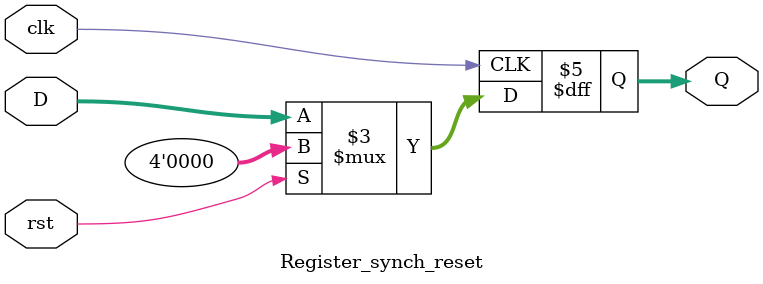
<source format=v>
`timescale 1ns / 1ps


module Register_synch_reset(
    input [3:0] D,
    input clk,
    input rst,
    output reg [3:0] Q
    );
    
    always @(posedge clk)
        if (rst) begin         // ????
            Q <= 4'b0000;
        end else begin
            Q <= D;
        end

endmodule

</source>
